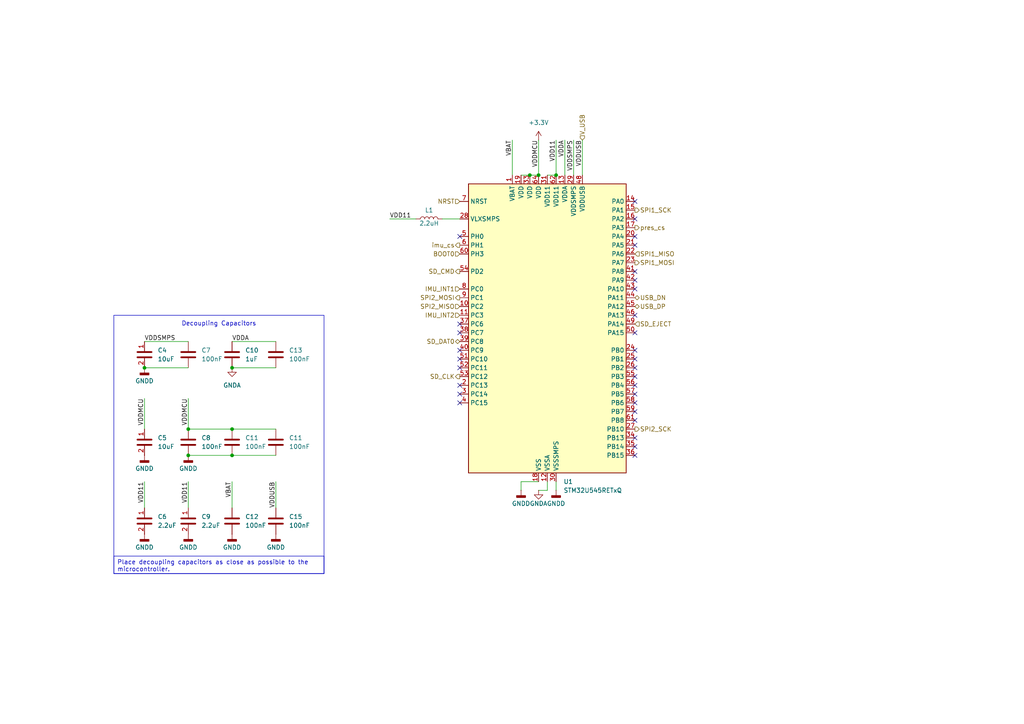
<source format=kicad_sch>
(kicad_sch (version 20250114) (generator "eeschema") (generator_version "9.0")
  (paper "A4")
  (title_block (title "Ride-Along Module") (date "2025-04-10") (rev "1") (company "Rowan Rocketry"))
  (lib_symbols
    (symbol "C_1" (pin_names (offset 0.254))
      (property "Reference" "C" (at 0.635 2.54 0))
      (property "Value" "C" (at 0.635 -2.54 0))
      (symbol "C_1_0_1"
        (polyline (pts (xy -2.032 0.762) (xy 2.032 0.762)) (stroke (width 0.508)))
        (polyline (pts (xy -2.032 -0.762) (xy 2.032 -0.762)) (stroke (width 0.508)))
      )
      (symbol "C_1_1_1"
        (pin passive line (at 0 3.81 270) (length 2.794) (name "~") (number "1"))
        (pin passive line (at 0 -3.81 90) (length 2.794) (name "~") (number "2"))
      )
    )
    (symbol "C_2" (pin_names (offset 0.254))
      (property "Reference" "C" (at 0.635 2.54 0))
      (property "Value" "C" (at 0.635 -2.54 0))
      (symbol "C_2_0_1"
        (polyline (pts (xy -2.032 0.762) (xy 2.032 0.762)) (stroke (width 0.508)))
        (polyline (pts (xy -2.032 -0.762) (xy 2.032 -0.762)) (stroke (width 0.508)))
      )
      (symbol "C_2_1_1"
        (pin passive line (at 0 3.81 270) (length 2.794) (name "~") (number "1"))
        (pin passive line (at 0 -3.81 90) (length 2.794) (name "~") (number "2"))
      )
    )
    (symbol "C_3" (pin_names (offset 0.254))
      (property "Reference" "C" (at 0.635 2.54 0))
      (property "Value" "C" (at 0.635 -2.54 0))
      (symbol "C_3_0_1"
        (polyline (pts (xy -2.032 0.762) (xy 2.032 0.762)) (stroke (width 0.508)))
        (polyline (pts (xy -2.032 -0.762) (xy 2.032 -0.762)) (stroke (width 0.508)))
      )
      (symbol "C_3_1_1"
        (pin passive line (at 0 3.81 270) (length 2.794) (name "~") (number "1"))
        (pin passive line (at 0 -3.81 90) (length 2.794) (name "~") (number "2"))
      )
    )
    (symbol "C_4" (pin_names (offset 0.254))
      (property "Reference" "C" (at 0.635 2.54 0))
      (property "Value" "C" (at 0.635 -2.54 0))
      (symbol "C_4_0_1"
        (polyline (pts (xy -2.032 0.762) (xy 2.032 0.762)) (stroke (width 0.508)))
        (polyline (pts (xy -2.032 -0.762) (xy 2.032 -0.762)) (stroke (width 0.508)))
      )
      (symbol "C_4_1_1"
        (pin passive line (at 0 3.81 270) (length 2.794) (name "~") (number "1"))
        (pin passive line (at 0 -3.81 90) (length 2.794) (name "~") (number "2"))
      )
    )
    (symbol "Device:C" (pin_numbers (hide yes)) (pin_names (offset 0.254))
      (property "Reference" "C" (at 0.635 2.54 0))
      (property "Value" "C" (at 0.635 -2.54 0))
      (symbol "C_0_1"
        (polyline (pts (xy -2.032 0.762) (xy 2.032 0.762)) (stroke (width 0.508)))
        (polyline (pts (xy -2.032 -0.762) (xy 2.032 -0.762)) (stroke (width 0.508)))
      )
      (symbol "C_1_1"
        (pin passive line (at 0 3.81 270) (length 2.794) (name "~") (number "1"))
        (pin passive line (at 0 -3.81 90) (length 2.794) (name "~") (number "2"))
      )
    )
    (symbol "Device:L" (pin_numbers (hide yes)) (pin_names (offset 1.016) (hide yes))
      (property "Reference" "L" (at -1.27 0 90))
      (property "Value" "L" (at 1.905 0 90))
      (symbol "L_0_1"
        (arc (start 0 2.54) (mid 0.6323 1.905) (end 0 1.27))
        (arc (start 0 1.27) (mid 0.6323 0.635) (end 0 0))
        (arc (start 0 0) (mid 0.6323 -0.635) (end 0 -1.27))
        (arc (start 0 -1.27) (mid 0.6323 -1.905) (end 0 -2.54))
      )
      (symbol "L_1_1"
        (pin passive line (at 0 3.81 270) (length 1.27) (name "1") (number "1"))
        (pin passive line (at 0 -3.81 90) (length 1.27) (name "2") (number "2"))
      )
    )
    (symbol "MCU_ST_STM32U5:STM32U545RETxQ"
      (property "Reference" "U" (at -22.86 44.45 0))
      (property "Value" "STM32U545RETxQ" (at 12.7 44.45 0))
      (symbol "STM32U545RETxQ_0_1"
        (rectangle (start -22.86 -40.64) (end 22.86 43.18) (stroke (width 0.254)) (fill (type background)))
      )
      (symbol "STM32U545RETxQ_1_1"
        (pin input line (at -25.4 38.1 0) (length 2.54) (name "NRST") (number "7"))
        (pin power_in line (at -25.4 33.02 0) (length 2.54) (name "VLXSMPS") (number "28"))
        (pin bidirectional line (at -25.4 27.94 0) (length 2.54) (name "PH0") (number "5"))
        (pin bidirectional line (at -25.4 25.4 0) (length 2.54) (name "PH1") (number "6"))
        (pin bidirectional line (at -25.4 22.86 0) (length 2.54) (name "PH3") (number "60"))
        (pin bidirectional line (at -25.4 17.78 0) (length 2.54) (name "PD2") (number "54"))
        (pin bidirectional line (at -25.4 12.7 0) (length 2.54) (name "PC0") (number "8"))
        (pin bidirectional line (at -25.4 10.16 0) (length 2.54) (name "PC1") (number "9"))
        (pin bidirectional line (at -25.4 7.62 0) (length 2.54) (name "PC2") (number "10"))
        (pin bidirectional line (at -25.4 5.08 0) (length 2.54) (name "PC3") (number "11"))
        (pin bidirectional line (at -25.4 2.54 0) (length 2.54) (name "PC6") (number "37"))
        (pin bidirectional line (at -25.4 0 0) (length 2.54) (name "PC7") (number "38"))
        (pin bidirectional line (at -25.4 -2.54 0) (length 2.54) (name "PC8") (number "39"))
        (pin bidirectional line (at -25.4 -5.08 0) (length 2.54) (name "PC9") (number "40"))
        (pin bidirectional line (at -25.4 -7.62 0) (length 2.54) (name "PC10") (number "51"))
        (pin bidirectional line (at -25.4 -10.16 0) (length 2.54) (name "PC11") (number "52"))
        (pin bidirectional line (at -25.4 -12.7 0) (length 2.54) (name "PC12") (number "53"))
        (pin bidirectional line (at -25.4 -15.24 0) (length 2.54) (name "PC13") (number "2"))
        (pin bidirectional line (at -25.4 -17.78 0) (length 2.54) (name "PC14") (number "3"))
        (pin bidirectional line (at -25.4 -20.32 0) (length 2.54) (name "PC15") (number "4"))
        (pin power_in line (at -10.16 45.72 270) (length 2.54) (name "VBAT") (number "1"))
        (pin power_in line (at -7.62 45.72 270) (length 2.54) (name "VDD") (number "19"))
        (pin power_in line (at -5.08 45.72 270) (length 2.54) (name "VDD") (number "33"))
        (pin power_in line (at -2.54 45.72 270) (length 2.54) (name "VDD") (number "64"))
        (pin power_in line (at -2.54 -43.18 90) (length 2.54) (name "VSS") (number "18"))
        (pin passive line (at -2.54 -43.18 90) (length 2.54) (hide yes) (name "VSS") (number "32"))
        (pin passive line (at -2.54 -43.18 90) (length 2.54) (hide yes) (name "VSS") (number "47"))
        (pin passive line (at -2.54 -43.18 90) (length 2.54) (hide yes) (name "VSS") (number "63"))
        (pin power_in line (at 0 45.72 270) (length 2.54) (name "VDD11") (number "31"))
        (pin power_in line (at 0 -43.18 90) (length 2.54) (name "VSSA") (number "12"))
        (pin power_in line (at 2.54 45.72 270) (length 2.54) (name "VDD11") (number "62"))
        (pin power_in line (at 2.54 -43.18 90) (length 2.54) (name "VSSSMPS") (number "30"))
        (pin power_in line (at 5.08 45.72 270) (length 2.54) (name "VDDA") (number "13"))
        (pin power_in line (at 7.62 45.72 270) (length 2.54) (name "VDDSMPS") (number "29"))
        (pin power_in line (at 10.16 45.72 270) (length 2.54) (name "VDDUSB") (number "48"))
        (pin bidirectional line (at 25.4 38.1 180) (length 2.54) (name "PA0") (number "14"))
        (pin bidirectional line (at 25.4 35.56 180) (length 2.54) (name "PA1") (number "15"))
        (pin bidirectional line (at 25.4 33.02 180) (length 2.54) (name "PA2") (number "16"))
        (pin bidirectional line (at 25.4 30.48 180) (length 2.54) (name "PA3") (number "17"))
        (pin bidirectional line (at 25.4 27.94 180) (length 2.54) (name "PA4") (number "20"))
        (pin bidirectional line (at 25.4 25.4 180) (length 2.54) (name "PA5") (number "21"))
        (pin bidirectional line (at 25.4 22.86 180) (length 2.54) (name "PA6") (number "22"))
        (pin bidirectional line (at 25.4 20.32 180) (length 2.54) (name "PA7") (number "23"))
        (pin bidirectional line (at 25.4 17.78 180) (length 2.54) (name "PA8") (number "41"))
        (pin bidirectional line (at 25.4 15.24 180) (length 2.54) (name "PA9") (number "42"))
        (pin bidirectional line (at 25.4 12.7 180) (length 2.54) (name "PA10") (number "43"))
        (pin bidirectional line (at 25.4 10.16 180) (length 2.54) (name "PA11") (number "44"))
        (pin bidirectional line (at 25.4 7.62 180) (length 2.54) (name "PA12") (number "45"))
        (pin bidirectional line (at 25.4 5.08 180) (length 2.54) (name "PA13") (number "46"))
        (pin bidirectional line (at 25.4 2.54 180) (length 2.54) (name "PA14") (number "49"))
        (pin bidirectional line (at 25.4 0 180) (length 2.54) (name "PA15") (number "50"))
        (pin bidirectional line (at 25.4 -5.08 180) (length 2.54) (name "PB0") (number "24"))
        (pin bidirectional line (at 25.4 -7.62 180) (length 2.54) (name "PB1") (number "25"))
        (pin bidirectional line (at 25.4 -10.16 180) (length 2.54) (name "PB2") (number "26"))
        (pin bidirectional line (at 25.4 -12.7 180) (length 2.54) (name "PB3") (number "55"))
        (pin bidirectional line (at 25.4 -15.24 180) (length 2.54) (name "PB4") (number "56"))
        (pin bidirectional line (at 25.4 -17.78 180) (length 2.54) (name "PB5") (number "57"))
        (pin bidirectional line (at 25.4 -20.32 180) (length 2.54) (name "PB6") (number "58"))
        (pin bidirectional line (at 25.4 -22.86 180) (length 2.54) (name "PB7") (number "59"))
        (pin bidirectional line (at 25.4 -25.4 180) (length 2.54) (name "PB8") (number "61"))
        (pin bidirectional line (at 25.4 -27.94 180) (length 2.54) (name "PB10") (number "27"))
        (pin bidirectional line (at 25.4 -30.48 180) (length 2.54) (name "PB13") (number "34"))
        (pin bidirectional line (at 25.4 -33.02 180) (length 2.54) (name "PB14") (number "35"))
        (pin bidirectional line (at 25.4 -35.56 180) (length 2.54) (name "PB15") (number "36"))
      )
    )
    (symbol "power:+3.3V" (power) (pin_numbers (hide yes)) (pin_names (offset 0) (hide yes))
      (property "Value" "+3.3V" (at 0 3.556 0))
      (symbol "+3.3V_0_1"
        (polyline (pts (xy -0.762 1.27) (xy 0 2.54)))
        (polyline (pts (xy 0 2.54) (xy 0.762 1.27)))
        (polyline (pts (xy 0 0) (xy 0 2.54)))
      )
      (symbol "+3.3V_1_1"
        (pin power_in line (at 0 0 90) (length 0) (name "~") (number "1"))
      )
    )
    (symbol "power:GNDA" (power) (pin_numbers (hide yes)) (pin_names (offset 0) (hide yes))
      (property "Value" "GNDA" (at 0 -3.81 0))
      (symbol "GNDA_0_1"
        (polyline (pts (xy 0 0) (xy 0 -1.27) (xy 1.27 -1.27) (xy 0 -2.54) (xy -1.27 -1.27) (xy 0 -1.27)))
      )
      (symbol "GNDA_1_1"
        (pin power_in line (at 0 0 270) (length 0) (name "~") (number "1"))
      )
    )
    (symbol "power:GNDD" (power) (pin_numbers (hide yes)) (pin_names (offset 0) (hide yes))
      (property "Value" "GNDD" (at 0 -3.175 0))
      (symbol "GNDD_0_1"
        (rectangle (start -1.27 -1.524) (end 1.27 -2.032) (stroke (width 0.254)) (fill (type outline)))
        (polyline (pts (xy 0 0) (xy 0 -1.524)))
      )
      (symbol "GNDD_1_1"
        (pin power_in line (at 0 0 270) (length 0) (name "~") (number "1"))
      )
    )
  )
  (rectangle (start 33.02 91.44) (end 93.98 166.37))
  (text "Decoupling Capacitors" (at 63.5 93.98 0) (effects (font (size 1.27 1.27))))
  (text_box "Place decoupling capacitors as close as possible to the microcontroller." (at 33.02 161.29 0) (size 60.96 5.08) (margins 0.9525 0.9525 0.9525 0.9525) (effects (font (size 1.27 1.27)) (justify left top)))
  (junction (at 156.21 50.8))
  (junction (at 67.31 106.68))
  (junction (at 161.29 50.8))
  (junction (at 54.61 132.08))
  (junction (at 41.91 106.68))
  (junction (at 54.61 124.46))
  (junction (at 67.31 132.08))
  (junction (at 67.31 124.46))
  (junction (at 153.67 50.8))
  (no_connect (at 184.15 127))
  (no_connect (at 133.35 101.6))
  (no_connect (at 184.15 106.68))
  (no_connect (at 184.15 111.76))
  (no_connect (at 184.15 96.52))
  (no_connect (at 184.15 83.82))
  (no_connect (at 133.35 106.68))
  (no_connect (at 184.15 101.6))
  (no_connect (at 184.15 132.08))
  (no_connect (at 184.15 91.44))
  (no_connect (at 184.15 116.84))
  (no_connect (at 184.15 71.12))
  (no_connect (at 184.15 129.54))
  (no_connect (at 184.15 104.14))
  (no_connect (at 184.15 68.58))
  (no_connect (at 184.15 121.92))
  (no_connect (at 133.35 116.84))
  (no_connect (at 184.15 58.42))
  (no_connect (at 133.35 114.3))
  (no_connect (at 184.15 81.28))
  (no_connect (at 184.15 114.3))
  (no_connect (at 184.15 119.38))
  (no_connect (at 133.35 96.52))
  (no_connect (at 184.15 109.22))
  (no_connect (at 133.35 111.76))
  (no_connect (at 133.35 104.14))
  (no_connect (at 133.35 93.98))
  (no_connect (at 133.35 68.58))
  (no_connect (at 184.15 63.5))
  (no_connect (at 184.15 78.74))
  (wire (pts (xy 41.91 139.7) (xy 41.91 147.32)))
  (wire (pts (xy 54.61 132.08) (xy 67.31 132.08)))
  (wire (pts (xy 41.91 106.68) (xy 54.61 106.68)))
  (wire (pts (xy 54.61 124.46) (xy 67.31 124.46)))
  (wire (pts (xy 54.61 124.46) (xy 54.61 115.57)))
  (wire (pts (xy 41.91 99.06) (xy 54.61 99.06)))
  (wire (pts (xy 113.03 63.5) (xy 120.65 63.5)))
  (wire (pts (xy 153.67 50.8) (xy 156.21 50.8)))
  (wire (pts (xy 166.37 40.64) (xy 166.37 50.8)))
  (wire (pts (xy 80.01 139.7) (xy 80.01 147.32)))
  (wire (pts (xy 161.29 40.64) (xy 161.29 50.8)))
  (wire (pts (xy 41.91 124.46) (xy 41.91 115.57)))
  (wire (pts (xy 67.31 124.46) (xy 80.01 124.46)))
  (wire (pts (xy 156.21 142.24) (xy 158.75 142.24)))
  (wire (pts (xy 163.83 40.64) (xy 163.83 50.8)))
  (wire (pts (xy 151.13 139.7) (xy 156.21 139.7)))
  (wire (pts (xy 158.75 50.8) (xy 161.29 50.8)))
  (wire (pts (xy 128.27 63.5) (xy 133.35 63.5)))
  (wire (pts (xy 151.13 139.7) (xy 151.13 142.24)))
  (wire (pts (xy 67.31 106.68) (xy 80.01 106.68)))
  (wire (pts (xy 161.29 139.7) (xy 161.29 142.24)))
  (wire (pts (xy 151.13 50.8) (xy 153.67 50.8)))
  (wire (pts (xy 67.31 99.06) (xy 80.01 99.06)))
  (wire (pts (xy 148.59 40.64) (xy 148.59 50.8)))
  (wire (pts (xy 168.91 40.64) (xy 168.91 50.8)))
  (wire (pts (xy 67.31 132.08) (xy 80.01 132.08)))
  (wire (pts (xy 158.75 142.24) (xy 158.75 139.7)))
  (wire (pts (xy 67.31 139.7) (xy 67.31 147.32)))
  (wire (pts (xy 156.21 40.64) (xy 156.21 50.8)))
  (wire (pts (xy 54.61 139.7) (xy 54.61 147.32)))
  (label "VDDA" (at 163.83 40.64 270))
  (label "VDD11" (at 113.03 63.5 0))
  (label "VDDMCU" (at 156.21 40.64 270))
  (label "VDDUSB" (at 80.01 139.7 270))
  (label "VDDSMPS" (at 166.37 40.64 270))
  (label "VDD11" (at 54.61 139.7 270))
  (label "VDDA" (at 67.31 99.06 0))
  (label "VDDUSB" (at 168.91 40.64 270))
  (label "VDDSMPS" (at 41.91 99.06 0))
  (label "VBAT" (at 67.31 139.7 270))
  (label "VDD11" (at 41.91 139.7 270))
  (label "VDDMCU" (at 41.91 115.57 270))
  (label "VDDMCU" (at 54.61 115.57 270))
  (label "VBAT" (at 148.59 40.64 270))
  (label "VDD11" (at 161.29 40.64 270))
  (hierarchical_label "IMU_INT2" (shape input) (at 133.35 91.44 180))
  (hierarchical_label "NRST" (shape input) (at 133.35 58.42 180))
  (hierarchical_label "USB_DP" (shape bidirectional) (at 184.15 88.9 0))
  (hierarchical_label "SPI1_SCK" (shape output) (at 184.15 60.96 0))
  (hierarchical_label "IMU_INT1" (shape input) (at 133.35 83.82 180))
  (hierarchical_label "SPI1_MOSI" (shape output) (at 184.15 76.2 0))
  (hierarchical_label "SD_CMD" (shape output) (at 133.35 78.74 180))
  (hierarchical_label "V_USB" (shape input) (at 168.91 40.64 90))
  (hierarchical_label "SPI2_SCK" (shape output) (at 184.15 124.46 0))
  (hierarchical_label "pres_cs" (shape output) (at 184.15 66.04 0))
  (hierarchical_label "imu_cs" (shape output) (at 133.35 71.12 180))
  (hierarchical_label "USB_DN" (shape bidirectional) (at 184.15 86.36 0))
  (hierarchical_label "SD_CLK" (shape output) (at 133.35 109.22 180))
  (hierarchical_label "SD_DAT0" (shape bidirectional) (at 133.35 99.06 180))
  (hierarchical_label "SPI1_MISO" (shape input) (at 184.15 73.66 0))
  (hierarchical_label "SPI2_MISO" (shape input) (at 133.35 88.9 180))
  (hierarchical_label "SD_EJECT" (shape input) (at 184.15 93.98 0))
  (hierarchical_label "SPI2_MOSI" (shape output) (at 133.35 86.36 180))
  (hierarchical_label "BOOT0" (shape input) (at 133.35 73.66 180))
  (symbol (lib_id "MCU_ST_STM32U5:STM32U545RETxQ") (at 158.75 96.52 0) (unit 1)
    (property "Reference" "U1" (at 163.4333 139.7 0) (effects (justify left)))
    (property "Value" "STM32U545RETxQ" (at 163.4333 142.24 0) (effects (justify left)))
    (property "Footprint" "Package_QFP:LQFP-64_10x10mm_P0.5mm" (effects (hide yes)))
    (property "Datasheet" "https://www.st.com/resource/en/datasheet/stm32u545re.pdf" (effects (hide yes)))
    (property "Description" "STMicroelectronics Arm Cortex-M33 MCU, 512KB flash, 274KB RAM, 47 GPIO, LQFP64" (effects (hide yes)))
    (property "Purchase" "https://www.digikey.com/en/products/detail/stmicroelectronics/STM32U545RET6Q/20412792?s=N4IgjCBcoLQExVAYygFwE4FcCmAaEA9lANogCcI%2BArCALoC%2B9%2BCkpAzqgLYDMcmVAFirpsdekA" (effects (hide yes)))
  )
  (symbol (lib_id "power:GNDD") (at 151.13 142.24 0) (unit 1)
    (property "Reference" "#PWR09" (effects (hide yes)))
    (property "Value" "GNDD" (at 151.13 146.05 0))
    (property "Description" "Power symbol creates a global label with name \"GNDD\" , digital ground" (effects (hide yes)))
  )
  (symbol (lib_id "power:GNDA") (at 156.21 142.24 0) (unit 1)
    (property "Reference" "#PWR010" (effects (hide yes)))
    (property "Value" "GNDA" (at 156.21 146.05 0))
    (property "Description" "Power symbol creates a global label with name \"GNDA\" , analog ground" (effects (hide yes)))
  )
  (symbol (lib_id "Device:C") (at 67.31 128.27 0) (unit 1)
    (property "Reference" "C11" (at 71.12 126.9999 0) (effects (justify left)))
    (property "Value" "100nF" (at 71.12 129.5399 0) (effects (justify left)))
    (property "Footprint" "Capacitor_SMD:C_0603_1608Metric_Pad1.08x0.95mm_HandSolder" (effects (hide yes)))
    (property "Description" "Unpolarized capacitor" (effects (hide yes)))
  )
  (symbol (lib_id "Device:L") (at 124.46 63.5 90) (unit 1)
    (property "Reference" "L1" (at 124.46 60.96 90))
    (property "Value" "2.2uH" (at 124.46 64.77 90))
    (property "Footprint" "Inductor_SMD:L_0603_1608Metric_Pad1.05x0.95mm_HandSolder" (effects (hide yes)))
    (property "Description" "Inductor" (effects (hide yes)))
  )
  (symbol (lib_name "C_3") (lib_id "Device:C") (at 54.61 151.13 0) (unit 1)
    (property "Reference" "C9" (at 58.42 149.8599 0) (effects (justify left)))
    (property "Value" "2.2uF" (at 58.42 152.3999 0) (effects (justify left)))
    (property "Footprint" "Capacitor_SMD:C_0603_1608Metric_Pad1.08x0.95mm_HandSolder" (effects (hide yes)))
    (property "Description" "Unpolarized capacitor" (effects (hide yes)))
  )
  (symbol (lib_id "power:GNDD") (at 54.61 132.08 0) (unit 1)
    (property "Reference" "#PWR04" (effects (hide yes)))
    (property "Value" "GNDD" (at 54.61 135.89 0))
    (property "Description" "Power symbol creates a global label with name \"GNDD\" , digital ground" (effects (hide yes)))
  )
  (symbol (lib_id "power:GNDD") (at 161.29 142.24 0) (unit 1)
    (property "Reference" "#PWR014" (effects (hide yes)))
    (property "Value" "GNDD" (at 161.29 146.05 0))
    (property "Description" "Power symbol creates a global label with name \"GNDD\" , digital ground" (effects (hide yes)))
  )
  (symbol (lib_id "power:GNDD") (at 41.91 154.94 0) (unit 1)
    (property "Reference" "#PWR03" (effects (hide yes)))
    (property "Value" "GNDD" (at 41.91 158.75 0))
    (property "Description" "Power symbol creates a global label with name \"GNDD\" , digital ground" (effects (hide yes)))
  )
  (symbol (lib_id "power:GNDD") (at 41.91 106.68 0) (unit 1)
    (property "Reference" "#PWR01" (effects (hide yes)))
    (property "Value" "GNDD" (at 41.91 110.49 0))
    (property "Description" "Power symbol creates a global label with name \"GNDD\" , digital ground" (effects (hide yes)))
  )
  (symbol (lib_name "C_1") (lib_id "Device:C") (at 41.91 128.27 0) (unit 1)
    (property "Reference" "C5" (at 45.72 126.9999 0) (effects (justify left)))
    (property "Value" "10uF" (at 45.72 129.5399 0) (effects (justify left)))
    (property "Footprint" "Capacitor_SMD:C_0603_1608Metric_Pad1.08x0.95mm_HandSolder" (effects (hide yes)))
    (property "Description" "Unpolarized capacitor" (effects (hide yes)))
  )
  (symbol (lib_id "power:GNDA") (at 67.31 106.68 0) (unit 1)
    (property "Reference" "#PWR06" (effects (hide yes)))
    (property "Value" "GNDA" (at 67.31 111.76 0))
    (property "Description" "Power symbol creates a global label with name \"GNDA\" , analog ground" (effects (hide yes)))
  )
  (symbol (lib_id "power:GNDD") (at 54.61 154.94 0) (unit 1)
    (property "Reference" "#PWR05" (effects (hide yes)))
    (property "Value" "GNDD" (at 54.61 158.75 0))
    (property "Description" "Power symbol creates a global label with name \"GNDD\" , digital ground" (effects (hide yes)))
  )
  (symbol (lib_name "C_2") (lib_id "Device:C") (at 41.91 151.13 0) (unit 1)
    (property "Reference" "C6" (at 45.72 149.8599 0) (effects (justify left)))
    (property "Value" "2.2uF" (at 45.72 152.3999 0) (effects (justify left)))
    (property "Footprint" "Capacitor_SMD:C_0603_1608Metric_Pad1.08x0.95mm_HandSolder" (effects (hide yes)))
    (property "Description" "Unpolarized capacitor" (effects (hide yes)))
  )
  (symbol (lib_id "Device:C") (at 67.31 102.87 0) (unit 1)
    (property "Reference" "C10" (at 71.12 101.5999 0) (effects (justify left)))
    (property "Value" "1uF" (at 71.12 104.1399 0) (effects (justify left)))
    (property "Footprint" "Capacitor_SMD:C_0603_1608Metric_Pad1.08x0.95mm_HandSolder" (effects (hide yes)))
    (property "Description" "Unpolarized capacitor" (effects (hide yes)))
  )
  (symbol (lib_id "power:GNDD") (at 41.91 132.08 0) (unit 1)
    (property "Reference" "#PWR02" (effects (hide yes)))
    (property "Value" "GNDD" (at 41.91 135.89 0))
    (property "Description" "Power symbol creates a global label with name \"GNDD\" , digital ground" (effects (hide yes)))
  )
  (symbol (lib_id "Device:C") (at 54.61 102.87 0) (unit 1)
    (property "Reference" "C7" (at 58.42 101.5999 0) (effects (justify left)))
    (property "Value" "100nF" (at 58.42 104.1399 0) (effects (justify left)))
    (property "Footprint" "Capacitor_SMD:C_0603_1608Metric_Pad1.08x0.95mm_HandSolder" (effects (hide yes)))
    (property "Description" "Unpolarized capacitor" (effects (hide yes)))
  )
  (symbol (lib_id "Device:C") (at 54.61 128.27 0) (unit 1)
    (property "Reference" "C8" (at 58.42 126.9999 0) (effects (justify left)))
    (property "Value" "100nF" (at 58.42 129.5399 0) (effects (justify left)))
    (property "Footprint" "Capacitor_SMD:C_0603_1608Metric_Pad1.08x0.95mm_HandSolder" (effects (hide yes)))
    (property "Description" "Unpolarized capacitor" (effects (hide yes)))
  )
  (symbol (lib_id "power:GNDD") (at 80.01 154.94 0) (unit 1)
    (property "Reference" "#PWR08" (effects (hide yes)))
    (property "Value" "GNDD" (at 80.01 158.75 0))
    (property "Description" "Power symbol creates a global label with name \"GNDD\" , digital ground" (effects (hide yes)))
  )
  (symbol (lib_id "Device:C") (at 80.01 151.13 0) (unit 1)
    (property "Reference" "C15" (at 83.82 149.8599 0) (effects (justify left)))
    (property "Value" "100nF" (at 83.82 152.3999 0) (effects (justify left)))
    (property "Footprint" "Capacitor_SMD:C_0603_1608Metric_Pad1.08x0.95mm_HandSolder" (effects (hide yes)))
    (property "Description" "Unpolarized capacitor" (effects (hide yes)))
  )
  (symbol (lib_name "C_4") (lib_id "Device:C") (at 41.91 102.87 0) (unit 1)
    (property "Reference" "C4" (at 45.72 101.5999 0) (effects (justify left)))
    (property "Value" "10uF" (at 45.72 104.1399 0) (effects (justify left)))
    (property "Footprint" "Capacitor_SMD:C_0603_1608Metric_Pad1.08x0.95mm_HandSolder" (effects (hide yes)))
    (property "Description" "Unpolarized capacitor" (effects (hide yes)))
  )
  (symbol (lib_id "Device:C") (at 67.31 151.13 0) (unit 1)
    (property "Reference" "C12" (at 71.12 149.8599 0) (effects (justify left)))
    (property "Value" "100nF" (at 71.12 152.3999 0) (effects (justify left)))
    (property "Footprint" "Capacitor_SMD:C_0603_1608Metric_Pad1.08x0.95mm_HandSolder" (effects (hide yes)))
    (property "Description" "Unpolarized capacitor" (effects (hide yes)))
  )
  (symbol (lib_id "Device:C") (at 80.01 102.87 0) (unit 1)
    (property "Reference" "C13" (at 83.82 101.5999 0) (effects (justify left)))
    (property "Value" "100nF" (at 83.82 104.1399 0) (effects (justify left)))
    (property "Footprint" "Capacitor_SMD:C_0603_1608Metric_Pad1.08x0.95mm_HandSolder" (effects (hide yes)))
    (property "Description" "Unpolarized capacitor" (effects (hide yes)))
  )
  (symbol (lib_id "power:GNDD") (at 67.31 154.94 0) (unit 1)
    (property "Reference" "#PWR07" (effects (hide yes)))
    (property "Value" "GNDD" (at 67.31 158.75 0))
    (property "Description" "Power symbol creates a global label with name \"GNDD\" , digital ground" (effects (hide yes)))
  )
  (symbol (lib_id "Device:C") (at 80.01 128.27 0) (unit 1)
    (property "Reference" "C11" (at 83.82 126.9999 0) (effects (justify left)))
    (property "Value" "100nF" (at 83.82 129.5399 0) (effects (justify left)))
    (property "Footprint" "Capacitor_SMD:C_0603_1608Metric_Pad1.08x0.95mm_HandSolder" (effects (hide yes)))
    (property "Description" "Unpolarized capacitor" (effects (hide yes)))
  )
  (symbol (lib_id "power:+3.3V") (at 156.21 40.64 0) (unit 1)
    (property "Reference" "#PWR013" (effects (hide yes)))
    (property "Value" "+3.3V" (at 156.21 35.56 0))
    (property "Description" "Power symbol creates a global label with name \"+3.3V\"" (effects (hide yes)))
  )
)
</source>
